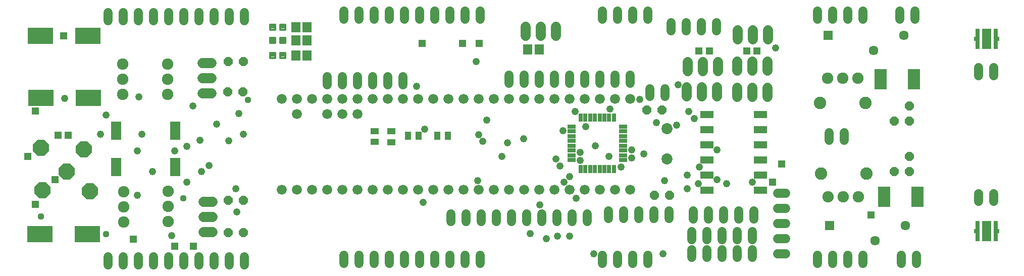
<source format=gts>
G75*
%MOIN*%
%OFA0B0*%
%FSLAX25Y25*%
%IPPOS*%
%LPD*%
%AMOC8*
5,1,8,0,0,1.08239X$1,22.5*
%
%ADD10OC8,0.06000*%
%ADD11C,0.06800*%
%ADD12OC8,0.10800*%
%ADD13R,0.08700X0.05100*%
%ADD14C,0.06600*%
%ADD15C,0.07550*%
%ADD16R,0.05800X0.03000*%
%ADD17R,0.03000X0.05800*%
%ADD18C,0.07300*%
%ADD19C,0.06000*%
%ADD20R,0.16548X0.10643*%
%ADD21R,0.06981X0.11902*%
%ADD22R,0.03950X0.05524*%
%ADD23R,0.05524X0.03950*%
%ADD24R,0.06343X0.06343*%
%ADD25C,0.06343*%
%ADD26R,0.07887X0.13398*%
%ADD27C,0.08200*%
%ADD28R,0.05918X0.06706*%
%ADD29C,0.01421*%
%ADD30R,0.02769X0.13792*%
%ADD31R,0.02375X0.02769*%
%ADD32R,0.05918X0.13792*%
%ADD33R,0.04737X0.05131*%
%ADD34R,0.05131X0.04737*%
%ADD35C,0.04762*%
%ADD36R,0.04762X0.04762*%
%ADD37C,0.04369*%
D10*
X0251967Y0149681D03*
X0261967Y0149681D03*
X0261967Y0171020D03*
X0251967Y0171020D03*
X0251573Y0242634D03*
X0261573Y0242634D03*
X0261967Y0262594D03*
X0251967Y0262594D03*
X0528089Y0230665D03*
X0538089Y0230665D03*
X0533148Y0174209D03*
X0543148Y0174209D03*
X0691396Y0189799D03*
X0701396Y0189799D03*
X0701396Y0199799D03*
X0701396Y0223264D03*
X0691396Y0223264D03*
X0701396Y0233264D03*
D11*
X0607974Y0239366D02*
X0607974Y0245366D01*
X0597974Y0245366D02*
X0597974Y0239366D01*
X0587974Y0239366D02*
X0587974Y0245366D01*
X0574510Y0245681D02*
X0574510Y0239681D01*
X0564510Y0239681D02*
X0564510Y0245681D01*
X0554510Y0245681D02*
X0554510Y0239681D01*
X0555297Y0256374D02*
X0555297Y0262374D01*
X0565297Y0262374D02*
X0565297Y0256374D01*
X0575297Y0256374D02*
X0575297Y0262374D01*
X0587974Y0262453D02*
X0587974Y0256453D01*
X0597974Y0256453D02*
X0597974Y0262453D01*
X0607974Y0262453D02*
X0607974Y0256453D01*
X0608100Y0277335D02*
X0608100Y0283335D01*
X0598100Y0283335D02*
X0598100Y0277335D01*
X0588100Y0277335D02*
X0588100Y0283335D01*
X0468112Y0285382D02*
X0468112Y0279382D01*
X0458112Y0279382D02*
X0458112Y0285382D01*
X0448112Y0285382D02*
X0448112Y0279382D01*
X0240793Y0261650D02*
X0234793Y0261650D01*
X0234793Y0251650D02*
X0240793Y0251650D01*
X0240793Y0241650D02*
X0234793Y0241650D01*
X0235581Y0169988D02*
X0241581Y0169988D01*
X0241581Y0159988D02*
X0235581Y0159988D01*
X0235581Y0149988D02*
X0241581Y0149988D01*
D12*
X0160510Y0176807D03*
X0145116Y0189878D03*
X0129014Y0177516D03*
X0128069Y0205665D03*
X0156415Y0204484D03*
D13*
X0567889Y0207634D03*
X0567889Y0217634D03*
X0567889Y0227634D03*
X0603289Y0227634D03*
X0603289Y0217634D03*
X0603289Y0207634D03*
X0603289Y0197634D03*
X0603289Y0187634D03*
X0603289Y0177634D03*
X0567889Y0177634D03*
X0567889Y0187634D03*
X0567889Y0197634D03*
D14*
X0517100Y0177862D03*
X0507100Y0177862D03*
X0497100Y0177862D03*
X0487100Y0177862D03*
X0477100Y0177862D03*
X0467100Y0177862D03*
X0457100Y0177862D03*
X0447100Y0177862D03*
X0437100Y0177862D03*
X0427100Y0177862D03*
X0417100Y0177862D03*
X0407100Y0177862D03*
X0397100Y0177862D03*
X0387100Y0177862D03*
X0377100Y0177862D03*
X0367100Y0177862D03*
X0357100Y0177862D03*
X0347100Y0177862D03*
X0337100Y0177862D03*
X0327100Y0177862D03*
X0317100Y0177862D03*
X0307100Y0177862D03*
X0297100Y0177862D03*
X0287100Y0177862D03*
X0297100Y0227862D03*
X0297100Y0237862D03*
X0287100Y0237862D03*
X0307100Y0237862D03*
X0317100Y0237862D03*
X0327100Y0237862D03*
X0337100Y0237862D03*
X0347100Y0237862D03*
X0357100Y0237862D03*
X0367100Y0237862D03*
X0377100Y0237862D03*
X0387100Y0237862D03*
X0397100Y0237862D03*
X0407100Y0237862D03*
X0417100Y0237862D03*
X0427100Y0237862D03*
X0437100Y0237862D03*
X0447100Y0237862D03*
X0457100Y0237862D03*
X0467100Y0237862D03*
X0477100Y0237862D03*
X0487100Y0237862D03*
X0497100Y0237862D03*
X0507100Y0237862D03*
X0517100Y0237862D03*
X0337100Y0227862D03*
X0327100Y0227862D03*
X0317100Y0227862D03*
D15*
X0211793Y0240941D03*
X0211793Y0250941D03*
X0211793Y0260941D03*
X0181998Y0260862D03*
X0181998Y0250862D03*
X0181998Y0240862D03*
X0182675Y0176650D03*
X0182675Y0166650D03*
X0182675Y0156650D03*
X0212085Y0157043D03*
X0212085Y0167043D03*
X0212085Y0177043D03*
X0647852Y0173146D03*
X0657852Y0173146D03*
X0667852Y0173146D03*
X0667360Y0251394D03*
X0657360Y0251394D03*
X0647360Y0251394D03*
D16*
X0512323Y0219531D03*
X0512323Y0216382D03*
X0512323Y0213232D03*
X0512323Y0210083D03*
X0512323Y0206933D03*
X0512323Y0203783D03*
X0512323Y0200634D03*
X0512323Y0197484D03*
X0478523Y0197484D03*
X0478523Y0200634D03*
X0478523Y0203783D03*
X0478523Y0206933D03*
X0478523Y0210083D03*
X0478523Y0213232D03*
X0478523Y0216382D03*
X0478523Y0219531D03*
D17*
X0484400Y0225408D03*
X0487549Y0225408D03*
X0490699Y0225408D03*
X0493848Y0225408D03*
X0496998Y0225408D03*
X0500148Y0225408D03*
X0503297Y0225408D03*
X0506447Y0225408D03*
X0506447Y0191608D03*
X0503297Y0191608D03*
X0500148Y0191608D03*
X0496998Y0191608D03*
X0493848Y0191608D03*
X0490699Y0191608D03*
X0487549Y0191608D03*
X0484400Y0191608D03*
D18*
X0541435Y0198185D03*
X0541435Y0218185D03*
D19*
X0172557Y0133423D02*
X0172557Y0128223D01*
X0182557Y0128223D02*
X0182557Y0133423D01*
X0192557Y0133423D02*
X0192557Y0128223D01*
X0202557Y0128223D02*
X0202557Y0133423D01*
X0212557Y0133423D02*
X0212557Y0128223D01*
X0222557Y0128223D02*
X0222557Y0133423D01*
X0232557Y0133423D02*
X0232557Y0128223D01*
X0242557Y0128223D02*
X0242557Y0133423D01*
X0252557Y0133423D02*
X0252557Y0128223D01*
X0262557Y0128223D02*
X0262557Y0133423D01*
X0328069Y0134407D02*
X0328069Y0129207D01*
X0338069Y0129207D02*
X0338069Y0134407D01*
X0348069Y0134407D02*
X0348069Y0129207D01*
X0358069Y0129207D02*
X0358069Y0134407D01*
X0368069Y0134407D02*
X0368069Y0129207D01*
X0378069Y0129207D02*
X0378069Y0134407D01*
X0388069Y0134407D02*
X0388069Y0129207D01*
X0398069Y0129207D02*
X0398069Y0134407D01*
X0408069Y0134407D02*
X0408069Y0129207D01*
X0418069Y0129207D02*
X0418069Y0134407D01*
X0418935Y0156766D02*
X0418935Y0161966D01*
X0408935Y0161966D02*
X0408935Y0156766D01*
X0398935Y0156766D02*
X0398935Y0161966D01*
X0428935Y0161966D02*
X0428935Y0156766D01*
X0438935Y0156766D02*
X0438935Y0161966D01*
X0448935Y0161966D02*
X0448935Y0156766D01*
X0458935Y0156766D02*
X0458935Y0161966D01*
X0468935Y0161966D02*
X0468935Y0156766D01*
X0478935Y0156766D02*
X0478935Y0161966D01*
X0488935Y0161966D02*
X0488935Y0156766D01*
X0502872Y0158790D02*
X0502872Y0163990D01*
X0512872Y0163990D02*
X0512872Y0158790D01*
X0522872Y0158790D02*
X0522872Y0163990D01*
X0532872Y0163990D02*
X0532872Y0158790D01*
X0542872Y0158790D02*
X0542872Y0163990D01*
X0558667Y0163738D02*
X0558667Y0158538D01*
X0568667Y0158538D02*
X0568667Y0163738D01*
X0578667Y0163738D02*
X0578667Y0158538D01*
X0588667Y0158538D02*
X0588667Y0163738D01*
X0598667Y0163738D02*
X0598667Y0158538D01*
X0614563Y0155429D02*
X0619763Y0155429D01*
X0619763Y0145429D02*
X0614563Y0145429D01*
X0597793Y0144955D02*
X0597793Y0150155D01*
X0587793Y0150155D02*
X0587793Y0144955D01*
X0577793Y0144955D02*
X0577793Y0150155D01*
X0567793Y0150155D02*
X0567793Y0144955D01*
X0557793Y0144955D02*
X0557793Y0150155D01*
X0557793Y0138344D02*
X0557793Y0133144D01*
X0567793Y0133144D02*
X0567793Y0138344D01*
X0577793Y0138344D02*
X0577793Y0133144D01*
X0587793Y0133144D02*
X0587793Y0138344D01*
X0597793Y0138344D02*
X0597793Y0133144D01*
X0614563Y0135429D02*
X0619763Y0135429D01*
X0640963Y0134407D02*
X0640963Y0129207D01*
X0650963Y0129207D02*
X0650963Y0134407D01*
X0660963Y0134407D02*
X0660963Y0129207D01*
X0670963Y0129207D02*
X0670963Y0134407D01*
X0696081Y0134407D02*
X0696081Y0129207D01*
X0706081Y0129207D02*
X0706081Y0134407D01*
X0747262Y0170054D02*
X0747262Y0175254D01*
X0757262Y0175254D02*
X0757262Y0170054D01*
X0658344Y0210408D02*
X0658344Y0215608D01*
X0648344Y0215608D02*
X0648344Y0210408D01*
X0619763Y0175429D02*
X0614563Y0175429D01*
X0614563Y0165429D02*
X0619763Y0165429D01*
X0528738Y0134407D02*
X0528738Y0129207D01*
X0518738Y0129207D02*
X0518738Y0134407D01*
X0508738Y0134407D02*
X0508738Y0129207D01*
X0498738Y0129207D02*
X0498738Y0134407D01*
X0530234Y0239443D02*
X0530234Y0244643D01*
X0540234Y0244643D02*
X0540234Y0239443D01*
X0517203Y0248302D02*
X0517203Y0253502D01*
X0507203Y0253502D02*
X0507203Y0248302D01*
X0497203Y0248302D02*
X0497203Y0253502D01*
X0487203Y0253502D02*
X0487203Y0248302D01*
X0477203Y0248302D02*
X0477203Y0253502D01*
X0467203Y0253502D02*
X0467203Y0248302D01*
X0457203Y0248302D02*
X0457203Y0253502D01*
X0447203Y0253502D02*
X0447203Y0248302D01*
X0437203Y0248302D02*
X0437203Y0253502D01*
X0367065Y0252517D02*
X0367065Y0247317D01*
X0357065Y0247317D02*
X0357065Y0252517D01*
X0347065Y0252517D02*
X0347065Y0247317D01*
X0337065Y0247317D02*
X0337065Y0252517D01*
X0327065Y0252517D02*
X0327065Y0247317D01*
X0317065Y0247317D02*
X0317065Y0252517D01*
X0328069Y0290624D02*
X0328069Y0295824D01*
X0338069Y0295824D02*
X0338069Y0290624D01*
X0348069Y0290624D02*
X0348069Y0295824D01*
X0358069Y0295824D02*
X0358069Y0290624D01*
X0368069Y0290624D02*
X0368069Y0295824D01*
X0378069Y0295824D02*
X0378069Y0290624D01*
X0388069Y0290624D02*
X0388069Y0295824D01*
X0398069Y0295824D02*
X0398069Y0290624D01*
X0408069Y0290624D02*
X0408069Y0295824D01*
X0418069Y0295824D02*
X0418069Y0290624D01*
X0498738Y0290624D02*
X0498738Y0295824D01*
X0508738Y0295824D02*
X0508738Y0290624D01*
X0518738Y0290624D02*
X0518738Y0295824D01*
X0528738Y0295824D02*
X0528738Y0290624D01*
X0544211Y0288210D02*
X0544211Y0283010D01*
X0554211Y0283010D02*
X0554211Y0288210D01*
X0564211Y0288210D02*
X0564211Y0283010D01*
X0574211Y0283010D02*
X0574211Y0288210D01*
X0640963Y0290624D02*
X0640963Y0295824D01*
X0650963Y0295824D02*
X0650963Y0290624D01*
X0660963Y0290624D02*
X0660963Y0295824D01*
X0670963Y0295824D02*
X0670963Y0290624D01*
X0695077Y0290624D02*
X0695077Y0295824D01*
X0705077Y0295824D02*
X0705077Y0290624D01*
X0747242Y0258423D02*
X0747242Y0253223D01*
X0757242Y0253223D02*
X0757242Y0258423D01*
X0262557Y0289640D02*
X0262557Y0294840D01*
X0252557Y0294840D02*
X0252557Y0289640D01*
X0242557Y0289640D02*
X0242557Y0294840D01*
X0232557Y0294840D02*
X0232557Y0289640D01*
X0222557Y0289640D02*
X0222557Y0294840D01*
X0212557Y0294840D02*
X0212557Y0289640D01*
X0202557Y0289640D02*
X0202557Y0294840D01*
X0192557Y0294840D02*
X0192557Y0289640D01*
X0182557Y0289640D02*
X0182557Y0294840D01*
X0172557Y0294840D02*
X0172557Y0289640D01*
D20*
X0159156Y0279642D03*
X0127659Y0279642D03*
X0128022Y0238547D03*
X0159518Y0238547D03*
X0158959Y0148539D03*
X0127463Y0148539D03*
D21*
X0177746Y0192972D03*
X0216801Y0192972D03*
X0216801Y0216831D03*
X0177746Y0216831D03*
D22*
X0370321Y0213461D03*
X0377407Y0213461D03*
X0389833Y0213461D03*
X0396919Y0213461D03*
D23*
X0359329Y0216413D03*
X0348423Y0216665D03*
X0348423Y0209579D03*
X0359329Y0209327D03*
D24*
X0647872Y0279858D03*
X0648856Y0154366D03*
D25*
X0678856Y0144366D03*
X0698856Y0154366D03*
X0677872Y0269858D03*
X0697872Y0279858D03*
D26*
X0704467Y0250902D03*
X0682419Y0250902D03*
X0684880Y0173146D03*
X0706927Y0173146D03*
D27*
X0673010Y0188402D03*
X0643010Y0188402D03*
X0642518Y0235154D03*
X0672518Y0235154D03*
D28*
X0457026Y0270587D03*
X0449545Y0270587D03*
X0303974Y0266650D03*
X0296494Y0266650D03*
X0296494Y0276492D03*
X0303974Y0276492D03*
X0303974Y0285350D03*
X0296494Y0285350D03*
D29*
X0289597Y0287008D02*
X0289597Y0283692D01*
X0286281Y0283692D01*
X0286281Y0287008D01*
X0289597Y0287008D01*
X0289597Y0285112D02*
X0286281Y0285112D01*
X0286281Y0286532D02*
X0289597Y0286532D01*
X0282691Y0287008D02*
X0282691Y0283692D01*
X0279375Y0283692D01*
X0279375Y0287008D01*
X0282691Y0287008D01*
X0282691Y0285112D02*
X0279375Y0285112D01*
X0279375Y0286532D02*
X0282691Y0286532D01*
X0282691Y0278150D02*
X0282691Y0274834D01*
X0279375Y0274834D01*
X0279375Y0278150D01*
X0282691Y0278150D01*
X0282691Y0276254D02*
X0279375Y0276254D01*
X0279375Y0277674D02*
X0282691Y0277674D01*
X0289597Y0278150D02*
X0289597Y0274834D01*
X0286281Y0274834D01*
X0286281Y0278150D01*
X0289597Y0278150D01*
X0289597Y0276254D02*
X0286281Y0276254D01*
X0286281Y0277674D02*
X0289597Y0277674D01*
X0289597Y0268308D02*
X0289597Y0264992D01*
X0286281Y0264992D01*
X0286281Y0268308D01*
X0289597Y0268308D01*
X0289597Y0266412D02*
X0286281Y0266412D01*
X0286281Y0267832D02*
X0289597Y0267832D01*
X0282691Y0268308D02*
X0282691Y0264992D01*
X0279375Y0264992D01*
X0279375Y0268308D01*
X0282691Y0268308D01*
X0282691Y0266412D02*
X0279375Y0266412D01*
X0279375Y0267832D02*
X0282691Y0267832D01*
D30*
X0746593Y0277476D03*
X0758404Y0277476D03*
X0758404Y0150508D03*
X0746593Y0150508D03*
D31*
X0745215Y0150508D03*
X0759781Y0150508D03*
X0759781Y0277476D03*
X0745215Y0277476D03*
D32*
X0752498Y0277476D03*
X0752498Y0150508D03*
D33*
X0600825Y0269602D03*
X0594132Y0269602D03*
X0569329Y0269602D03*
X0562636Y0269602D03*
D34*
X0146100Y0213992D03*
X0139407Y0213992D03*
D35*
X0167360Y0214484D03*
X0191967Y0203657D03*
X0194919Y0214484D03*
X0216573Y0203657D03*
X0224447Y0206610D03*
X0233305Y0210547D03*
X0252006Y0210055D03*
X0261848Y0214484D03*
X0244132Y0221374D03*
X0258896Y0228264D03*
X0228384Y0233185D03*
X0192951Y0239091D03*
X0171297Y0227280D03*
X0143738Y0238106D03*
X0239211Y0193815D03*
X0234289Y0189878D03*
X0224447Y0182988D03*
X0201809Y0189878D03*
X0191967Y0174130D03*
X0214604Y0147555D03*
X0257419Y0163303D03*
X0256927Y0178559D03*
X0380632Y0169512D03*
X0416380Y0183811D03*
X0432467Y0199898D03*
X0436041Y0208835D03*
X0446766Y0211516D03*
X0472683Y0216878D03*
X0487876Y0219559D03*
X0480726Y0229390D03*
X0503963Y0231177D03*
X0523624Y0237433D03*
X0548648Y0247264D03*
X0555797Y0229390D03*
X0559372Y0224921D03*
X0547754Y0220453D03*
X0534348Y0222240D03*
X0518262Y0204366D03*
X0526305Y0201685D03*
X0518262Y0199004D03*
X0511112Y0192748D03*
X0503069Y0199898D03*
X0494132Y0207047D03*
X0484301Y0202579D03*
X0484301Y0197217D03*
X0470896Y0193642D03*
X0468215Y0198110D03*
X0477152Y0186492D03*
X0473577Y0182917D03*
X0481620Y0172193D03*
X0457490Y0167724D03*
X0451234Y0148957D03*
X0461959Y0145382D03*
X0469108Y0147169D03*
X0477152Y0147169D03*
X0493238Y0135551D03*
X0538817Y0135551D03*
X0554904Y0178449D03*
X0562053Y0182024D03*
X0574565Y0184705D03*
X0580821Y0182024D03*
X0597801Y0182917D03*
X0562947Y0192748D03*
X0554904Y0187386D03*
X0539711Y0183811D03*
X0574565Y0204366D03*
X0612994Y0271394D03*
X0422636Y0224028D03*
X0417274Y0214197D03*
X0419955Y0209728D03*
X0381526Y0217772D03*
X0376163Y0246370D03*
X0415486Y0262457D03*
D36*
X0417360Y0274524D03*
X0406533Y0274524D03*
X0379959Y0274524D03*
X0611258Y0182988D03*
X0617163Y0194799D03*
X0676219Y0161335D03*
X0228876Y0140665D03*
X0216573Y0140665D03*
X0189014Y0145094D03*
X0124545Y0168224D03*
X0137341Y0184465D03*
X0119624Y0199720D03*
X0124545Y0229740D03*
X0143246Y0279445D03*
D37*
X0264801Y0237122D03*
X0221986Y0172161D03*
X0171297Y0148539D03*
X0127990Y0160350D03*
M02*

</source>
